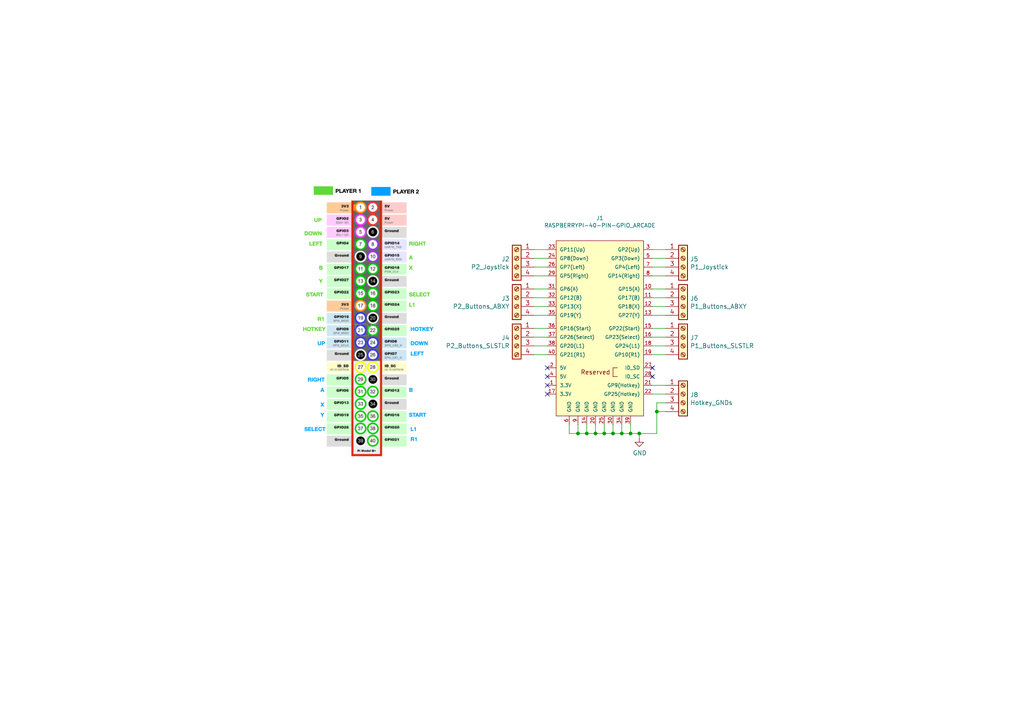
<source format=kicad_sch>
(kicad_sch (version 20211123) (generator eeschema)
  (paper "A4")
  (title_block (title "RPi Recalbox Arcade Control Interface") (date "2021-09-26") (rev "1.0"))
  (lib_symbols
    (symbol "Connector:Screw_Terminal_01x04" (pin_names (offset 1.016) hide)
      (property "Reference" "J" (at 0 5.08 0))
      (property "Value" "Screw_Terminal_01x04" (at 0 -7.62 0))
      (symbol "Screw_Terminal_01x04_1_1"
        (rectangle (start -1.27 3.81) (end 1.27 -6.35) (stroke (width 0.254)) (fill (type background)))
        (circle (center 0 -5.08) (radius 0.635) (stroke (width 0.1524)))
        (circle (center 0 -2.54) (radius 0.635) (stroke (width 0.1524)))
        (polyline (pts (xy -0.5334 -4.7498) (xy 0.3302 -5.588)) (stroke (width 0.1524)))
        (polyline (pts (xy -0.5334 -2.2098) (xy 0.3302 -3.048)) (stroke (width 0.1524)))
        (polyline (pts (xy -0.5334 0.3302) (xy 0.3302 -0.508)) (stroke (width 0.1524)))
        (polyline (pts (xy -0.5334 2.8702) (xy 0.3302 2.032)) (stroke (width 0.1524)))
        (polyline (pts (xy -0.3556 -4.572) (xy 0.508 -5.4102)) (stroke (width 0.1524)))
        (polyline (pts (xy -0.3556 -2.032) (xy 0.508 -2.8702)) (stroke (width 0.1524)))
        (polyline (pts (xy -0.3556 0.508) (xy 0.508 -0.3302)) (stroke (width 0.1524)))
        (polyline (pts (xy -0.3556 3.048) (xy 0.508 2.2098)) (stroke (width 0.1524)))
        (circle (center 0 0) (radius 0.635) (stroke (width 0.1524)))
        (circle (center 0 2.54) (radius 0.635) (stroke (width 0.1524)))
        (pin passive line (at -5.08 2.54 0) (length 3.81) (name "Pin_1") (number "1"))
        (pin passive line (at -5.08 0 0) (length 3.81) (name "Pin_2") (number "2"))
        (pin passive line (at -5.08 -2.54 0) (length 3.81) (name "Pin_3") (number "3"))
        (pin passive line (at -5.08 -5.08 0) (length 3.81) (name "Pin_4") (number "4"))
      )
    )
    (symbol "SparkFun-Connectors:RASPBERRYPI-40-PIN-GPIO_ARCADE" (pin_names (offset 1.016))
      (property "Reference" "J" (at -1.27 36.83 0))
      (property "Value" "SparkFun-Connectors_RASPBERRYPI-40-PIN-GPIO_ARCADE" (at -16.51 31.75 0))
      (property "Field4" "CONN-12263" (at 0 34.29 0))
      (symbol "RASPBERRYPI-40-PIN-GPIO_ARCADE_0_0"
        (text "Reserved" (at -1.27 -7.62 0) (effects (font (size 1.27 1.27))))
      )
      (symbol "RASPBERRYPI-40-PIN-GPIO_ARCADE_0_1"
        (polyline (pts (xy 3.81 -8.89) (xy 5.08 -8.89)))
        (polyline (pts (xy 3.81 -6.35) (xy 3.81 -8.89)))
        (polyline (pts (xy 3.81 -6.35) (xy 5.08 -6.35)))
      )
      (symbol "RASPBERRYPI-40-PIN-GPIO_ARCADE_1_1"
        (polyline (pts (xy -12.7 30.48) (xy 12.7 30.48) (xy 12.7 -20.32) (xy -12.7 -20.32) (xy -12.7 30.48)) (fill (type background)))
        (pin power_in line (at -15.24 -11.43 0) (length 2.54) (name "3.3V") (number "1"))
        (pin input line (at 15.24 16.51 180) (length 2.54) (name "GP15(A)") (number "10"))
        (pin input line (at 15.24 13.97 180) (length 2.54) (name "GP17(B)") (number "11"))
        (pin input line (at 15.24 11.43 180) (length 2.54) (name "GP18(X)") (number "12"))
        (pin input line (at 15.24 8.89 180) (length 2.54) (name "GP27(Y)") (number "13"))
        (pin power_in line (at -3.81 -22.86 90) (length 2.54) (name "GND") (number "14"))
        (pin input line (at 15.24 5.08 180) (length 2.54) (name "GP22(Start)") (number "15"))
        (pin input line (at 15.24 2.54 180) (length 2.54) (name "GP23(Select)") (number "16"))
        (pin power_in line (at -15.24 -13.97 0) (length 2.54) (name "3.3V") (number "17"))
        (pin input line (at 15.24 0 180) (length 2.54) (name "GP24(L1)") (number "18"))
        (pin input line (at 15.24 -2.54 180) (length 2.54) (name "GP10(R1)") (number "19"))
        (pin power_in line (at -15.24 -6.35 0) (length 2.54) (name "5V") (number "2"))
        (pin power_in line (at -1.27 -22.86 90) (length 2.54) (name "GND") (number "20"))
        (pin input line (at 15.24 -11.43 180) (length 2.54) (name "GP9(Hotkey)") (number "21"))
        (pin input line (at 15.24 -13.97 180) (length 2.54) (name "GP25(Hotkey)") (number "22"))
        (pin input line (at -15.24 27.94 0) (length 2.54) (name "GP11(Up)") (number "23"))
        (pin input line (at -15.24 25.4 0) (length 2.54) (name "GP8(Down)") (number "24"))
        (pin power_in line (at 1.27 -22.86 90) (length 2.54) (name "GND") (number "25"))
        (pin input line (at -15.24 22.86 0) (length 2.54) (name "GP7(Left)") (number "26"))
        (pin no_connect line (at 15.24 -6.35 180) (length 2.54) (name "ID_SD") (number "27"))
        (pin no_connect line (at 15.24 -8.89 180) (length 2.54) (name "ID_SC") (number "28"))
        (pin input line (at -15.24 20.32 0) (length 2.54) (name "GP5(Right)") (number "29"))
        (pin input line (at 15.24 27.94 180) (length 2.54) (name "GP2(Up)") (number "3"))
        (pin power_in line (at 3.81 -22.86 90) (length 2.54) (name "GND") (number "30"))
        (pin input line (at -15.24 16.51 0) (length 2.54) (name "GP6(A)") (number "31"))
        (pin input line (at -15.24 13.97 0) (length 2.54) (name "GP12(B)") (number "32"))
        (pin input line (at -15.24 11.43 0) (length 2.54) (name "GP13(X)") (number "33"))
        (pin power_in line (at 6.35 -22.86 90) (length 2.54) (name "GND") (number "34"))
        (pin input line (at -15.24 8.89 0) (length 2.54) (name "GP19(Y)") (number "35"))
        (pin input line (at -15.24 5.08 0) (length 2.54) (name "GP16(Start)") (number "36"))
        (pin input line (at -15.24 2.54 0) (length 2.54) (name "GP26(Select)") (number "37"))
        (pin input line (at -15.24 0 0) (length 2.54) (name "GP20(L1)") (number "38"))
        (pin power_in line (at 8.89 -22.86 90) (length 2.54) (name "GND") (number "39"))
        (pin power_in line (at -15.24 -8.89 0) (length 2.54) (name "5V") (number "4"))
        (pin input line (at -15.24 -2.54 0) (length 2.54) (name "GP21(R1)") (number "40"))
        (pin input line (at 15.24 25.4 180) (length 2.54) (name "GP3(Down)") (number "5"))
        (pin power_in line (at -8.89 -22.86 90) (length 2.54) (name "GND") (number "6"))
        (pin input line (at 15.24 22.86 180) (length 2.54) (name "GP4(Left)") (number "7"))
        (pin input line (at 15.24 20.32 180) (length 2.54) (name "GP14(Right)") (number "8"))
        (pin power_in line (at -6.35 -22.86 90) (length 2.54) (name "GND") (number "9"))
      )
    )
    (symbol "power:GND" (power) (pin_names (offset 0))
      (property "Value" "GND" (at 0 -3.81 0))
      (symbol "GND_0_1"
        (polyline (pts (xy 0 0) (xy 0 -1.27) (xy 1.27 -1.27) (xy 0 -2.54) (xy -1.27 -1.27) (xy 0 -1.27)))
      )
      (symbol "GND_1_1"
        (pin power_in line (at 0 0 270) (length 0) hide (name "GND") (number "1"))
      )
    )
  )
  (junction (at 175.26 125.73))
  (junction (at 182.88 125.73))
  (junction (at 177.8 125.73))
  (junction (at 180.34 125.73))
  (junction (at 167.64 125.73))
  (junction (at 170.18 125.73))
  (junction (at 185.42 125.73))
  (junction (at 190.5 119.38))
  (junction (at 172.72 125.73))
  (no_connect (at 158.75 114.3))
  (no_connect (at 189.23 106.68))
  (no_connect (at 189.23 109.22))
  (no_connect (at 158.75 106.68))
  (no_connect (at 158.75 109.22))
  (no_connect (at 158.75 111.76))
  (wire (pts (xy 189.23 80.01) (xy 193.04 80.01)))
  (wire (pts (xy 189.23 102.87) (xy 193.04 102.87)))
  (wire (pts (xy 189.23 88.9) (xy 193.04 88.9)))
  (wire (pts (xy 182.88 123.19) (xy 182.88 125.73)))
  (wire (pts (xy 154.94 80.01) (xy 158.75 80.01)))
  (wire (pts (xy 154.94 72.39) (xy 158.75 72.39)))
  (wire (pts (xy 185.42 125.73) (xy 185.42 127)))
  (wire (pts (xy 189.23 97.79) (xy 193.04 97.79)))
  (wire (pts (xy 193.04 119.38) (xy 190.5 119.38)))
  (wire (pts (xy 167.64 123.19) (xy 167.64 125.73)))
  (wire (pts (xy 154.94 74.93) (xy 158.75 74.93)))
  (wire (pts (xy 190.5 119.38) (xy 190.5 125.73)))
  (wire (pts (xy 165.1 123.19) (xy 165.1 125.73)))
  (wire (pts (xy 190.5 125.73) (xy 185.42 125.73)))
  (wire (pts (xy 189.23 111.76) (xy 193.04 111.76)))
  (wire (pts (xy 154.94 86.36) (xy 158.75 86.36)))
  (wire (pts (xy 189.23 72.39) (xy 193.04 72.39)))
  (wire (pts (xy 154.94 100.33) (xy 158.75 100.33)))
  (wire (pts (xy 175.26 123.19) (xy 175.26 125.73)))
  (wire (pts (xy 172.72 123.19) (xy 172.72 125.73)))
  (wire (pts (xy 193.04 116.84) (xy 190.5 116.84)))
  (wire (pts (xy 189.23 77.47) (xy 193.04 77.47)))
  (wire (pts (xy 167.64 125.73) (xy 170.18 125.73)))
  (wire (pts (xy 180.34 125.73) (xy 182.88 125.73)))
  (wire (pts (xy 190.5 116.84) (xy 190.5 119.38)))
  (wire (pts (xy 189.23 95.25) (xy 193.04 95.25)))
  (wire (pts (xy 154.94 77.47) (xy 158.75 77.47)))
  (wire (pts (xy 154.94 83.82) (xy 158.75 83.82)))
  (wire (pts (xy 170.18 123.19) (xy 170.18 125.73)))
  (wire (pts (xy 154.94 95.25) (xy 158.75 95.25)))
  (wire (pts (xy 154.94 97.79) (xy 158.75 97.79)))
  (wire (pts (xy 165.1 125.73) (xy 167.64 125.73)))
  (wire (pts (xy 189.23 74.93) (xy 193.04 74.93)))
  (wire (pts (xy 172.72 125.73) (xy 175.26 125.73)))
  (wire (pts (xy 189.23 91.44) (xy 193.04 91.44)))
  (wire (pts (xy 175.26 125.73) (xy 177.8 125.73)))
  (wire (pts (xy 154.94 102.87) (xy 158.75 102.87)))
  (wire (pts (xy 154.94 91.44) (xy 158.75 91.44)))
  (wire (pts (xy 189.23 83.82) (xy 193.04 83.82)))
  (wire (pts (xy 189.23 86.36) (xy 193.04 86.36)))
  (wire (pts (xy 189.23 100.33) (xy 193.04 100.33)))
  (wire (pts (xy 180.34 123.19) (xy 180.34 125.73)))
  (wire (pts (xy 177.8 125.73) (xy 180.34 125.73)))
  (wire (pts (xy 154.94 88.9) (xy 158.75 88.9)))
  (wire (pts (xy 170.18 125.73) (xy 172.72 125.73)))
  (wire (pts (xy 189.23 114.3) (xy 193.04 114.3)))
  (wire (pts (xy 177.8 123.19) (xy 177.8 125.73)))
  (wire (pts (xy 182.88 125.73) (xy 185.42 125.73)))
  (image (at 106.68 92.71) (scale 0.75))
  (symbol (lib_id "Connector:Screw_Terminal_01x04") (at 198.12 74.93 0) (unit 1)
    (property "Reference" "J5" (at 200.152 75.1332 0) (effects (justify left)))
    (property "Value" "P1_Joystick" (at 200.152 77.4446 0) (effects (justify left)))
    (property "Footprint" "Connector_JST:JST_XH_B4B-XH-A_1x04_P2.50mm_Vertical" (effects hide))
  )
  (symbol (lib_id "Connector:Screw_Terminal_01x04") (at 198.12 86.36 0) (unit 1)
    (property "Reference" "J6" (at 200.152 86.5632 0) (effects (justify left)))
    (property "Value" "P1_Buttons_ABXY" (at 200.152 88.8746 0) (effects (justify left)))
    (property "Footprint" "Connector_JST:JST_XH_B4B-XH-A_1x04_P2.50mm_Vertical" (effects hide))
  )
  (symbol (lib_id "Connector:Screw_Terminal_01x04") (at 149.86 86.36 0) (mirror y) (unit 1)
    (property "Reference" "J3" (at 147.828 86.5632 0) (effects (justify left)))
    (property "Value" "P2_Buttons_ABXY" (at 147.828 88.8746 0) (effects (justify left)))
    (property "Footprint" "Connector_JST:JST_XH_B4B-XH-A_1x04_P2.50mm_Vertical" (effects hide))
  )
  (symbol (lib_id "Connector:Screw_Terminal_01x04") (at 198.12 97.79 0) (unit 1)
    (property "Reference" "J7" (at 200.152 97.9932 0) (effects (justify left)))
    (property "Value" "P1_Buttons_SLSTLR" (at 200.152 100.3046 0) (effects (justify left)))
    (property "Footprint" "Connector_JST:JST_XH_B4B-XH-A_1x04_P2.50mm_Vertical" (effects hide))
  )
  (symbol (lib_id "Connector:Screw_Terminal_01x04") (at 198.12 114.3 0) (unit 1)
    (property "Reference" "J8" (at 200.152 114.5032 0) (effects (justify left)))
    (property "Value" "Hotkey_GNDs" (at 200.152 116.8146 0) (effects (justify left)))
    (property "Footprint" "Connector_JST:JST_XH_B4B-XH-A_1x04_P2.50mm_Vertical" (effects hide))
  )
  (symbol (lib_id "SparkFun-Connectors:RASPBERRYPI-40-PIN-GPIO_ARCADE") (at 173.99 100.33 0) (unit 1)
    (property "Reference" "J1" (at 173.99 63.246 0) (effects (font (size 1.143 1.143))))
    (property "Value" "RASPBERRYPI-40-PIN-GPIO_ARCADE" (at 173.99 65.3796 0) (effects (font (size 1.143 1.143))))
    (property "Footprint" "Connector_IDC:IDC-Header_2x20_P2.54mm_Vertical" (effects hide))
    (property "Field4" "CONN-12263" (effects hide))
  )
  (symbol (lib_id "Connector:Screw_Terminal_01x04") (at 149.86 74.93 0) (mirror y) (unit 1)
    (property "Reference" "J2" (at 147.828 75.1332 0) (effects (justify left)))
    (property "Value" "P2_Joystick" (at 147.828 77.4446 0) (effects (justify left)))
    (property "Footprint" "Connector_JST:JST_XH_B4B-XH-A_1x04_P2.50mm_Vertical" (effects hide))
  )
  (symbol (lib_id "Connector:Screw_Terminal_01x04") (at 149.86 97.79 0) (mirror y) (unit 1)
    (property "Reference" "J4" (at 147.828 97.9932 0) (effects (justify left)))
    (property "Value" "P2_Buttons_SLSTLR" (at 147.828 100.3046 0) (effects (justify left)))
    (property "Footprint" "Connector_JST:JST_XH_B4B-XH-A_1x04_P2.50mm_Vertical" (effects hide))
  )
  (symbol (lib_id "power:GND") (at 185.42 127 0) (unit 1)
    (property "Reference" "#PWR01" (effects hide))
    (property "Value" "GND" (at 185.547 131.3942 0))
  )
)
</source>
